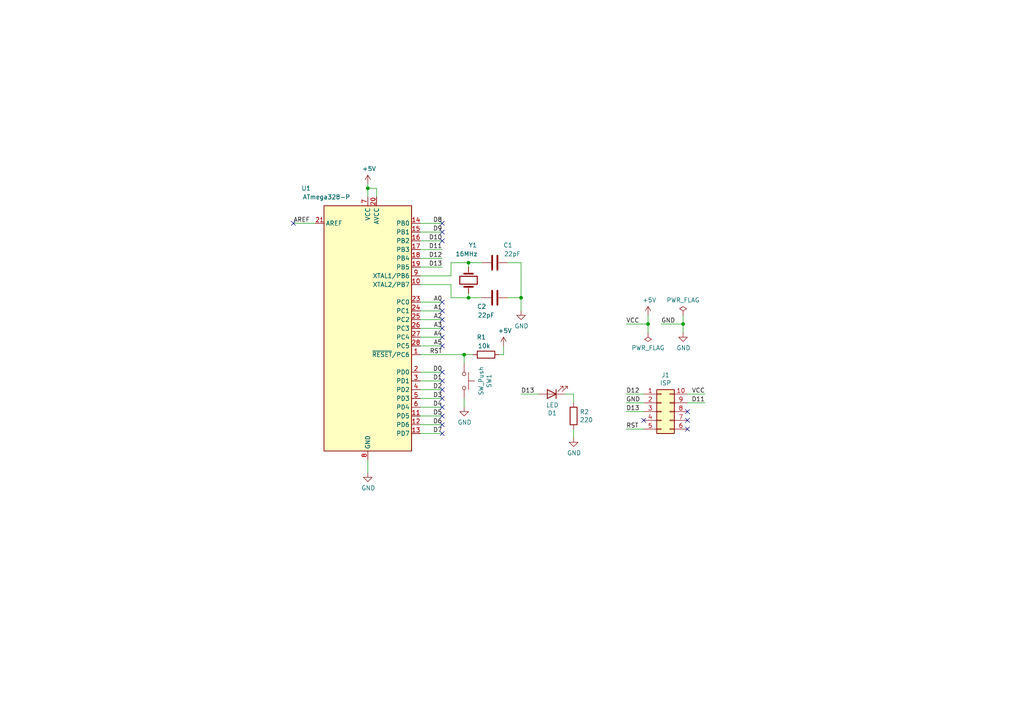
<source format=kicad_sch>
(kicad_sch (version 20230121) (generator eeschema)
  (paper "A4")
  (title_block (title "ATMEGA328P MINIMO") (date "2021-07-26") (rev "1") (company "LUCAS MARTÍN TRESER"))
  (lib_symbols
    (symbol "Adaptador_ZIF-rescue:ATmega328-PU-MCU_Microchip_ATmega"
      (property "Reference" "U" (at -12.7 36.83 0))
      (property "Value" "MCU_Microchip_ATmega_ATmega328-PU" (at 2.54 -36.83 0))
      (symbol "ATmega328-PU-MCU_Microchip_ATmega_0_1"
        (rectangle (start -12.7 -35.56) (end 12.7 35.56) (stroke (width 0.254)) (fill (type background)))
      )
      (symbol "ATmega328-PU-MCU_Microchip_ATmega_1_1"
        (pin bidirectional line (at 15.24 -7.62 180) (length 2.54) (name "~{RESET}/PC6") (number "1"))
        (pin bidirectional line (at 15.24 12.7 180) (length 2.54) (name "XTAL2/PB7") (number "10"))
        (pin bidirectional line (at 15.24 -25.4 180) (length 2.54) (name "PD5") (number "11"))
        (pin bidirectional line (at 15.24 -27.94 180) (length 2.54) (name "PD6") (number "12"))
        (pin bidirectional line (at 15.24 -30.48 180) (length 2.54) (name "PD7") (number "13"))
        (pin bidirectional line (at 15.24 30.48 180) (length 2.54) (name "PB0") (number "14"))
        (pin bidirectional line (at 15.24 27.94 180) (length 2.54) (name "PB1") (number "15"))
        (pin bidirectional line (at 15.24 25.4 180) (length 2.54) (name "PB2") (number "16"))
        (pin bidirectional line (at 15.24 22.86 180) (length 2.54) (name "PB3") (number "17"))
        (pin bidirectional line (at 15.24 20.32 180) (length 2.54) (name "PB4") (number "18"))
        (pin bidirectional line (at 15.24 17.78 180) (length 2.54) (name "PB5") (number "19"))
        (pin bidirectional line (at 15.24 -12.7 180) (length 2.54) (name "PD0") (number "2"))
        (pin power_in line (at 2.54 38.1 270) (length 2.54) (name "AVCC") (number "20"))
        (pin passive line (at -15.24 30.48 0) (length 2.54) (name "AREF") (number "21"))
        (pin passive line (at 0 -38.1 90) (length 2.54) hide (name "GND") (number "22"))
        (pin bidirectional line (at 15.24 7.62 180) (length 2.54) (name "PC0") (number "23"))
        (pin bidirectional line (at 15.24 5.08 180) (length 2.54) (name "PC1") (number "24"))
        (pin bidirectional line (at 15.24 2.54 180) (length 2.54) (name "PC2") (number "25"))
        (pin bidirectional line (at 15.24 0 180) (length 2.54) (name "PC3") (number "26"))
        (pin bidirectional line (at 15.24 -2.54 180) (length 2.54) (name "PC4") (number "27"))
        (pin bidirectional line (at 15.24 -5.08 180) (length 2.54) (name "PC5") (number "28"))
        (pin bidirectional line (at 15.24 -15.24 180) (length 2.54) (name "PD1") (number "3"))
        (pin bidirectional line (at 15.24 -17.78 180) (length 2.54) (name "PD2") (number "4"))
        (pin bidirectional line (at 15.24 -20.32 180) (length 2.54) (name "PD3") (number "5"))
        (pin bidirectional line (at 15.24 -22.86 180) (length 2.54) (name "PD4") (number "6"))
        (pin power_in line (at 0 38.1 270) (length 2.54) (name "VCC") (number "7"))
        (pin power_in line (at 0 -38.1 90) (length 2.54) (name "GND") (number "8"))
        (pin bidirectional line (at 15.24 15.24 180) (length 2.54) (name "XTAL1/PB6") (number "9"))
      )
    )
    (symbol "Connector_Generic:Conn_02x05_Counter_Clockwise" (pin_names (offset 1.016) hide)
      (property "Reference" "J" (at 1.27 7.62 0))
      (property "Value" "Conn_02x05_Counter_Clockwise" (at 1.27 -7.62 0))
      (symbol "Conn_02x05_Counter_Clockwise_1_1"
        (rectangle (start -1.27 -4.953) (end 0 -5.207) (stroke (width 0.1524)))
        (rectangle (start -1.27 -2.413) (end 0 -2.667) (stroke (width 0.1524)))
        (rectangle (start -1.27 0.127) (end 0 -0.127) (stroke (width 0.1524)))
        (rectangle (start -1.27 2.667) (end 0 2.413) (stroke (width 0.1524)))
        (rectangle (start -1.27 5.207) (end 0 4.953) (stroke (width 0.1524)))
        (rectangle (start -1.27 6.35) (end 3.81 -6.35) (stroke (width 0.254)) (fill (type background)))
        (rectangle (start 3.81 -4.953) (end 2.54 -5.207) (stroke (width 0.1524)))
        (rectangle (start 3.81 -2.413) (end 2.54 -2.667) (stroke (width 0.1524)))
        (rectangle (start 3.81 0.127) (end 2.54 -0.127) (stroke (width 0.1524)))
        (rectangle (start 3.81 2.667) (end 2.54 2.413) (stroke (width 0.1524)))
        (rectangle (start 3.81 5.207) (end 2.54 4.953) (stroke (width 0.1524)))
        (pin passive line (at -5.08 5.08 0) (length 3.81) (name "Pin_1") (number "1"))
        (pin passive line (at 7.62 5.08 180) (length 3.81) (name "Pin_10") (number "10"))
        (pin passive line (at -5.08 2.54 0) (length 3.81) (name "Pin_2") (number "2"))
        (pin passive line (at -5.08 0 0) (length 3.81) (name "Pin_3") (number "3"))
        (pin passive line (at -5.08 -2.54 0) (length 3.81) (name "Pin_4") (number "4"))
        (pin passive line (at -5.08 -5.08 0) (length 3.81) (name "Pin_5") (number "5"))
        (pin passive line (at 7.62 -5.08 180) (length 3.81) (name "Pin_6") (number "6"))
        (pin passive line (at 7.62 -2.54 180) (length 3.81) (name "Pin_7") (number "7"))
        (pin passive line (at 7.62 0 180) (length 3.81) (name "Pin_8") (number "8"))
        (pin passive line (at 7.62 2.54 180) (length 3.81) (name "Pin_9") (number "9"))
      )
    )
    (symbol "Device:C" (pin_numbers hide) (pin_names (offset 0.254))
      (property "Reference" "C" (at 0.635 2.54 0))
      (property "Value" "C" (at 0.635 -2.54 0))
      (symbol "C_0_1"
        (polyline (pts (xy -2.032 -0.762) (xy 2.032 -0.762)) (stroke (width 0.508)))
        (polyline (pts (xy -2.032 0.762) (xy 2.032 0.762)) (stroke (width 0.508)))
      )
      (symbol "C_1_1"
        (pin passive line (at 0 3.81 270) (length 2.794) (name "~") (number "1"))
        (pin passive line (at 0 -3.81 90) (length 2.794) (name "~") (number "2"))
      )
    )
    (symbol "Device:Crystal" (pin_numbers hide) (pin_names (offset 1.016) hide)
      (property "Reference" "Y" (at 0 3.81 0))
      (property "Value" "Crystal" (at 0 -3.81 0))
      (symbol "Crystal_0_1"
        (rectangle (start -1.143 2.54) (end 1.143 -2.54) (stroke (width 0.3048)))
        (polyline (pts (xy -2.54 0) (xy -1.905 0)))
        (polyline (pts (xy -1.905 -1.27) (xy -1.905 1.27)) (stroke (width 0.508)))
        (polyline (pts (xy 1.905 -1.27) (xy 1.905 1.27)) (stroke (width 0.508)))
        (polyline (pts (xy 2.54 0) (xy 1.905 0)))
      )
      (symbol "Crystal_1_1"
        (pin passive line (at -3.81 0 0) (length 1.27) (name "1") (number "1"))
        (pin passive line (at 3.81 0 180) (length 1.27) (name "2") (number "2"))
      )
    )
    (symbol "Device:LED" (pin_numbers hide) (pin_names (offset 1.016) hide)
      (property "Reference" "D" (at 0 2.54 0))
      (property "Value" "LED" (at 0 -2.54 0))
      (symbol "LED_0_1"
        (polyline (pts (xy -1.27 -1.27) (xy -1.27 1.27)) (stroke (width 0.254)))
        (polyline (pts (xy -1.27 0) (xy 1.27 0)))
        (polyline (pts (xy 1.27 -1.27) (xy 1.27 1.27) (xy -1.27 0) (xy 1.27 -1.27)) (stroke (width 0.254)))
        (polyline (pts (xy -3.048 -0.762) (xy -4.572 -2.286) (xy -3.81 -2.286) (xy -4.572 -2.286) (xy -4.572 -1.524)))
        (polyline (pts (xy -1.778 -0.762) (xy -3.302 -2.286) (xy -2.54 -2.286) (xy -3.302 -2.286) (xy -3.302 -1.524)))
      )
      (symbol "LED_1_1"
        (pin passive line (at -3.81 0 0) (length 2.54) (name "K") (number "1"))
        (pin passive line (at 3.81 0 180) (length 2.54) (name "A") (number "2"))
      )
    )
    (symbol "Device:R" (pin_numbers hide) (pin_names (offset 0))
      (property "Reference" "R" (at 2.032 0 90))
      (property "Value" "R" (at 0 0 90))
      (symbol "R_0_1"
        (rectangle (start -1.016 -2.54) (end 1.016 2.54) (stroke (width 0.254)))
      )
      (symbol "R_1_1"
        (pin passive line (at 0 3.81 270) (length 1.27) (name "~") (number "1"))
        (pin passive line (at 0 -3.81 90) (length 1.27) (name "~") (number "2"))
      )
    )
    (symbol "Switch:SW_Push" (pin_numbers hide) (pin_names (offset 1.016) hide)
      (property "Reference" "SW" (at 1.27 2.54 0))
      (property "Value" "SW_Push" (at 0 -1.524 0))
      (symbol "SW_Push_0_1"
        (circle (center -2.032 0) (radius 0.508))
        (polyline (pts (xy 0 1.27) (xy 0 3.048)))
        (polyline (pts (xy 2.54 1.27) (xy -2.54 1.27)))
        (circle (center 2.032 0) (radius 0.508))
        (pin passive line (at -5.08 0 0) (length 2.54) (name "1") (number "1"))
        (pin passive line (at 5.08 0 180) (length 2.54) (name "2") (number "2"))
      )
    )
    (symbol "power:+5V" (power) (pin_names (offset 0))
      (property "Value" "+5V" (at 0 3.556 0))
      (symbol "+5V_0_1"
        (polyline (pts (xy -0.762 1.27) (xy 0 2.54)))
        (polyline (pts (xy 0 0) (xy 0 2.54)))
        (polyline (pts (xy 0 2.54) (xy 0.762 1.27)))
      )
      (symbol "+5V_1_1"
        (pin power_in line (at 0 0 90) (length 0) hide (name "+5V") (number "1"))
      )
    )
    (symbol "power:GND" (power) (pin_names (offset 0))
      (property "Value" "GND" (at 0 -3.81 0))
      (symbol "GND_0_1"
        (polyline (pts (xy 0 0) (xy 0 -1.27) (xy 1.27 -1.27) (xy 0 -2.54) (xy -1.27 -1.27) (xy 0 -1.27)))
      )
      (symbol "GND_1_1"
        (pin power_in line (at 0 0 270) (length 0) hide (name "GND") (number "1"))
      )
    )
    (symbol "power:PWR_FLAG" (power) (pin_numbers hide) (pin_names (offset 0) hide)
      (property "Value" "PWR_FLAG" (at 0 3.81 0))
      (symbol "PWR_FLAG_0_0"
        (pin power_out line (at 0 0 90) (length 0) (name "pwr") (number "1"))
      )
      (symbol "PWR_FLAG_0_1"
        (polyline (pts (xy 0 0) (xy 0 1.27) (xy -1.016 1.905) (xy 0 2.54) (xy 1.016 1.905) (xy 0 1.27)))
      )
    )
  )
  (junction (at 198.12 93.98))
  (junction (at 151.13 86.36))
  (junction (at 134.62 102.87))
  (junction (at 135.89 76.2))
  (junction (at 106.68 54.61))
  (junction (at 187.96 93.98))
  (junction (at 135.89 86.36))
  (no_connect (at 128.27 87.63))
  (no_connect (at 128.27 64.77))
  (no_connect (at 199.39 121.92))
  (no_connect (at 128.27 95.25))
  (no_connect (at 128.27 125.73))
  (no_connect (at 186.69 121.92))
  (no_connect (at 128.27 67.31))
  (no_connect (at 128.27 115.57))
  (no_connect (at 128.27 113.03))
  (no_connect (at 128.27 120.65))
  (no_connect (at 199.39 119.38))
  (no_connect (at 128.27 97.79))
  (no_connect (at 85.09 64.77))
  (no_connect (at 128.27 92.71))
  (no_connect (at 128.27 123.19))
  (no_connect (at 128.27 110.49))
  (no_connect (at 128.27 90.17))
  (no_connect (at 128.27 107.95))
  (no_connect (at 128.27 100.33))
  (no_connect (at 128.27 69.85))
  (no_connect (at 199.39 124.46))
  (no_connect (at 128.27 118.11))
  (wire (pts (xy 199.39 114.3) (xy 204.47 114.3)))
  (wire (pts (xy 198.12 93.98) (xy 191.77 93.98)))
  (wire (pts (xy 135.89 77.47) (xy 135.89 76.2)))
  (wire (pts (xy 186.69 114.3) (xy 181.61 114.3)))
  (wire (pts (xy 134.62 115.57) (xy 134.62 118.11)))
  (wire (pts (xy 121.92 77.47) (xy 128.27 77.47)))
  (wire (pts (xy 186.69 119.38) (xy 181.61 119.38)))
  (wire (pts (xy 187.96 93.98) (xy 181.61 93.98)))
  (wire (pts (xy 121.92 115.57) (xy 128.27 115.57)))
  (wire (pts (xy 106.68 53.34) (xy 106.68 54.61)))
  (wire (pts (xy 109.22 57.15) (xy 109.22 54.61)))
  (wire (pts (xy 121.92 74.93) (xy 128.27 74.93)))
  (wire (pts (xy 121.92 92.71) (xy 128.27 92.71)))
  (wire (pts (xy 121.92 113.03) (xy 128.27 113.03)))
  (wire (pts (xy 134.62 102.87) (xy 134.62 105.41)))
  (wire (pts (xy 199.39 116.84) (xy 204.47 116.84)))
  (wire (pts (xy 166.37 114.3) (xy 166.37 116.84)))
  (wire (pts (xy 106.68 133.35) (xy 106.68 137.16)))
  (wire (pts (xy 121.92 102.87) (xy 134.62 102.87)))
  (wire (pts (xy 146.05 100.33) (xy 146.05 102.87)))
  (wire (pts (xy 130.81 82.55) (xy 130.81 86.36)))
  (wire (pts (xy 106.68 54.61) (xy 106.68 57.15)))
  (wire (pts (xy 130.81 80.01) (xy 130.81 76.2)))
  (wire (pts (xy 130.81 76.2) (xy 135.89 76.2)))
  (wire (pts (xy 135.89 85.09) (xy 135.89 86.36)))
  (wire (pts (xy 121.92 118.11) (xy 128.27 118.11)))
  (wire (pts (xy 121.92 87.63) (xy 128.27 87.63)))
  (wire (pts (xy 121.92 120.65) (xy 128.27 120.65)))
  (wire (pts (xy 121.92 82.55) (xy 130.81 82.55)))
  (wire (pts (xy 121.92 107.95) (xy 128.27 107.95)))
  (wire (pts (xy 121.92 80.01) (xy 130.81 80.01)))
  (wire (pts (xy 186.69 116.84) (xy 181.61 116.84)))
  (wire (pts (xy 121.92 90.17) (xy 128.27 90.17)))
  (wire (pts (xy 121.92 123.19) (xy 128.27 123.19)))
  (wire (pts (xy 151.13 76.2) (xy 151.13 86.36)))
  (wire (pts (xy 198.12 93.98) (xy 198.12 91.44)))
  (wire (pts (xy 198.12 96.52) (xy 198.12 93.98)))
  (wire (pts (xy 166.37 124.46) (xy 166.37 127)))
  (wire (pts (xy 187.96 96.52) (xy 187.96 93.98)))
  (wire (pts (xy 121.92 125.73) (xy 128.27 125.73)))
  (wire (pts (xy 121.92 100.33) (xy 128.27 100.33)))
  (wire (pts (xy 134.62 102.87) (xy 137.16 102.87)))
  (wire (pts (xy 186.69 124.46) (xy 181.61 124.46)))
  (wire (pts (xy 121.92 67.31) (xy 128.27 67.31)))
  (wire (pts (xy 147.32 76.2) (xy 151.13 76.2)))
  (wire (pts (xy 156.21 114.3) (xy 151.13 114.3)))
  (wire (pts (xy 151.13 86.36) (xy 147.32 86.36)))
  (wire (pts (xy 121.92 69.85) (xy 128.27 69.85)))
  (wire (pts (xy 121.92 64.77) (xy 128.27 64.77)))
  (wire (pts (xy 139.7 86.36) (xy 135.89 86.36)))
  (wire (pts (xy 130.81 86.36) (xy 135.89 86.36)))
  (wire (pts (xy 151.13 90.17) (xy 151.13 86.36)))
  (wire (pts (xy 121.92 95.25) (xy 128.27 95.25)))
  (wire (pts (xy 187.96 91.44) (xy 187.96 93.98)))
  (wire (pts (xy 121.92 72.39) (xy 128.27 72.39)))
  (wire (pts (xy 163.83 114.3) (xy 166.37 114.3)))
  (wire (pts (xy 121.92 97.79) (xy 128.27 97.79)))
  (wire (pts (xy 146.05 102.87) (xy 144.78 102.87)))
  (wire (pts (xy 121.92 110.49) (xy 128.27 110.49)))
  (wire (pts (xy 139.7 76.2) (xy 135.89 76.2)))
  (wire (pts (xy 109.22 54.61) (xy 106.68 54.61)))
  (wire (pts (xy 91.44 64.77) (xy 85.09 64.77)))
  (label "A1" (at 128.27 90.17 180))
  (label "A3" (at 128.27 95.25 180))
  (label "D7" (at 128.27 125.73 180))
  (label "D8" (at 128.27 64.77 180))
  (label "AREF" (at 85.09 64.77 0))
  (label "A0" (at 128.27 87.63 180))
  (label "GND" (at 181.61 116.84 0))
  (label "D6" (at 128.27 123.19 180))
  (label "D12" (at 128.27 74.93 180))
  (label "VCC" (at 181.61 93.98 0))
  (label "D13" (at 181.61 119.38 0))
  (label "D10" (at 128.27 69.85 180))
  (label "GND" (at 191.77 93.98 0))
  (label "A5" (at 128.27 100.33 180))
  (label "A2" (at 128.27 92.71 180))
  (label "D0" (at 128.27 107.95 180))
  (label "D12" (at 181.61 114.3 0))
  (label "D11" (at 204.47 116.84 180))
  (label "RST" (at 128.27 102.87 180))
  (label "D13" (at 151.13 114.3 0))
  (label "A4" (at 128.27 97.79 180))
  (label "D5" (at 128.27 120.65 180))
  (label "D2" (at 128.27 113.03 180))
  (label "D9" (at 128.27 67.31 180))
  (label "RST" (at 181.61 124.46 0))
  (label "D3" (at 128.27 115.57 180))
  (label "D13" (at 128.27 77.47 180))
  (label "VCC" (at 204.47 114.3 180))
  (label "D4" (at 128.27 118.11 180))
  (label "D1" (at 128.27 110.49 180))
  (label "D11" (at 128.27 72.39 180))
  (symbol (lib_id "Adaptador_ZIF-rescue:ATmega328-PU-MCU_Microchip_ATmega") (at 106.68 95.25 0) (unit 1)
    (property "Reference" "U1" (at 90.17 54.61 0) (effects (justify right)))
    (property "Value" "ATmega328-P" (at 101.6 57.15 0) (effects (justify right)))
    (property "Footprint" "Socket:DIP_Socket-28_W6.9_W7.62_W10.16_W12.7_W13.5_3M_228-4817-00-0602J" (effects hide))
    (property "Datasheet" "http://ww1.microchip.com/downloads/en/DeviceDoc/ATmega328_P%20AVR%20MCU%20with%20picoPower%20Technology%20Data%20Sheet%2040001984A.pdf" (effects hide))
  )
  (symbol (lib_id "Device:C") (at 143.51 76.2 270) (unit 1)
    (property "Reference" "C1" (at 147.32 71.12 90))
    (property "Value" "22pF" (at 148.59 73.66 90))
    (property "Footprint" "Capacitor_THT:C_Disc_D5.0mm_W2.5mm_P2.50mm" (effects hide))
  )
  (symbol (lib_id "Device:C") (at 143.51 86.36 270) (unit 1)
    (property "Reference" "C2" (at 139.7 88.9 90))
    (property "Value" "22pF" (at 140.97 91.44 90))
    (property "Footprint" "Capacitor_THT:C_Disc_D5.0mm_W2.5mm_P2.50mm" (effects hide))
  )
  (symbol (lib_id "Device:Crystal") (at 135.89 81.28 90) (unit 1)
    (property "Reference" "Y1" (at 135.89 71.12 90) (effects (justify right)))
    (property "Value" "16MHz" (at 132.08 73.66 90) (effects (justify right)))
    (property "Footprint" "Crystal:Crystal_HC49-4H_Vertical" (effects hide))
  )
  (symbol (lib_id "power:+5V") (at 106.68 53.34 0) (unit 1)
    (property "Reference" "#PWR0101" (effects hide))
    (property "Value" "+5V" (at 107.061 48.9458 0))
  )
  (symbol (lib_id "power:GND") (at 106.68 137.16 0) (unit 1)
    (property "Reference" "#PWR0102" (effects hide))
    (property "Value" "GND" (at 106.807 141.5542 0))
  )
  (symbol (lib_id "Device:R") (at 140.97 102.87 90) (unit 1)
    (property "Reference" "R1" (at 140.97 97.79 90) (effects (justify left)))
    (property "Value" "10k" (at 142.24 100.33 90) (effects (justify left)))
    (property "Footprint" "Resistor_THT:R_Axial_DIN0207_L6.3mm_D2.5mm_P10.16mm_Horizontal" (effects hide))
  )
  (symbol (lib_id "Device:LED") (at 160.02 114.3 180) (unit 1)
    (property "Reference" "D1" (at 160.1978 119.8118 0))
    (property "Value" "LED" (at 160.1978 117.5004 0))
    (property "Footprint" "LED_THT:LED_D3.0mm" (effects hide))
  )
  (symbol (lib_id "Device:R") (at 166.37 120.65 0) (unit 1)
    (property "Reference" "R2" (at 168.148 119.4816 0) (effects (justify left)))
    (property "Value" "220" (at 168.148 121.793 0) (effects (justify left)))
    (property "Footprint" "Resistor_THT:R_Axial_DIN0207_L6.3mm_D2.5mm_P10.16mm_Horizontal" (effects hide))
  )
  (symbol (lib_id "Switch:SW_Push") (at 134.62 110.49 270) (unit 1)
    (property "Reference" "SW1" (at 141.859 110.49 0))
    (property "Value" "SW_Push" (at 139.5476 110.49 0))
    (property "Footprint" "Button_Switch_THT:SW_PUSH_6mm_H5mm" (effects hide))
  )
  (symbol (lib_id "Connector_Generic:Conn_02x05_Counter_Clockwise") (at 191.77 119.38 0) (unit 1)
    (property "Reference" "J1" (at 193.04 108.7882 0))
    (property "Value" "ISP" (at 193.04 111.0996 0))
    (property "Footprint" "Connector_IDC:IDC-Header_2x05_P2.54mm_Vertical" (effects hide))
  )
  (symbol (lib_id "power:GND") (at 151.13 90.17 0) (unit 1)
    (property "Reference" "#PWR0105" (effects hide))
    (property "Value" "GND" (at 151.257 94.5642 0))
  )
  (symbol (lib_id "power:GND") (at 134.62 118.11 0) (unit 1)
    (property "Reference" "#PWR0103" (effects hide))
    (property "Value" "GND" (at 134.747 122.5042 0))
  )
  (symbol (lib_id "power:+5V") (at 146.05 100.33 0) (unit 1)
    (property "Reference" "#PWR0104" (effects hide))
    (property "Value" "+5V" (at 146.431 95.9358 0))
  )
  (symbol (lib_id "power:GND") (at 166.37 127 0) (unit 1)
    (property "Reference" "#PWR0106" (effects hide))
    (property "Value" "GND" (at 166.497 131.3942 0))
  )
  (symbol (lib_id "power:GND") (at 198.12 96.52 0) (unit 1)
    (property "Reference" "#PWR0107" (effects hide))
    (property "Value" "GND" (at 198.247 100.9142 0))
  )
  (symbol (lib_id "power:+5V") (at 187.96 91.44 0) (unit 1)
    (property "Reference" "#PWR0108" (effects hide))
    (property "Value" "+5V" (at 188.341 87.0458 0))
  )
  (symbol (lib_id "power:PWR_FLAG") (at 187.96 96.52 180) (unit 1)
    (property "Reference" "#FLG0101" (effects hide))
    (property "Value" "PWR_FLAG" (at 187.96 100.9142 0))
  )
  (symbol (lib_id "power:PWR_FLAG") (at 198.12 91.44 0) (unit 1)
    (property "Reference" "#FLG0102" (effects hide))
    (property "Value" "PWR_FLAG" (at 198.12 87.0458 0))
  )
)
</source>
